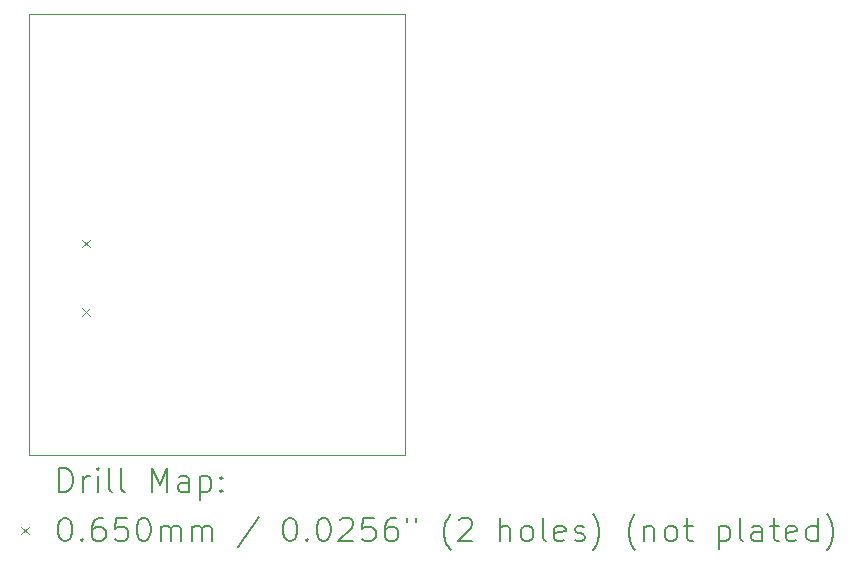
<source format=gbr>
%TF.GenerationSoftware,KiCad,Pcbnew,8.0.2*%
%TF.CreationDate,2025-03-06T10:36:19-07:00*%
%TF.ProjectId,kicad,6b696361-642e-46b6-9963-61645f706362,4*%
%TF.SameCoordinates,Original*%
%TF.FileFunction,Drillmap*%
%TF.FilePolarity,Positive*%
%FSLAX45Y45*%
G04 Gerber Fmt 4.5, Leading zero omitted, Abs format (unit mm)*
G04 Created by KiCad (PCBNEW 8.0.2) date 2025-03-06 10:36:19*
%MOMM*%
%LPD*%
G01*
G04 APERTURE LIST*
%ADD10C,0.050000*%
%ADD11C,0.200000*%
%ADD12C,0.100000*%
G04 APERTURE END LIST*
D10*
X12657000Y-9375000D02*
X15837000Y-9375000D01*
X15837000Y-13107000D01*
X12657000Y-13107000D01*
X12657000Y-9375000D01*
D11*
D12*
X13110500Y-11285750D02*
X13175500Y-11350750D01*
X13175500Y-11285750D02*
X13110500Y-11350750D01*
X13110500Y-11863750D02*
X13175500Y-11928750D01*
X13175500Y-11863750D02*
X13110500Y-11928750D01*
D11*
X12915277Y-13420984D02*
X12915277Y-13220984D01*
X12915277Y-13220984D02*
X12962896Y-13220984D01*
X12962896Y-13220984D02*
X12991467Y-13230508D01*
X12991467Y-13230508D02*
X13010515Y-13249555D01*
X13010515Y-13249555D02*
X13020039Y-13268603D01*
X13020039Y-13268603D02*
X13029562Y-13306698D01*
X13029562Y-13306698D02*
X13029562Y-13335269D01*
X13029562Y-13335269D02*
X13020039Y-13373365D01*
X13020039Y-13373365D02*
X13010515Y-13392412D01*
X13010515Y-13392412D02*
X12991467Y-13411460D01*
X12991467Y-13411460D02*
X12962896Y-13420984D01*
X12962896Y-13420984D02*
X12915277Y-13420984D01*
X13115277Y-13420984D02*
X13115277Y-13287650D01*
X13115277Y-13325746D02*
X13124801Y-13306698D01*
X13124801Y-13306698D02*
X13134324Y-13297174D01*
X13134324Y-13297174D02*
X13153372Y-13287650D01*
X13153372Y-13287650D02*
X13172420Y-13287650D01*
X13239086Y-13420984D02*
X13239086Y-13287650D01*
X13239086Y-13220984D02*
X13229562Y-13230508D01*
X13229562Y-13230508D02*
X13239086Y-13240031D01*
X13239086Y-13240031D02*
X13248610Y-13230508D01*
X13248610Y-13230508D02*
X13239086Y-13220984D01*
X13239086Y-13220984D02*
X13239086Y-13240031D01*
X13362896Y-13420984D02*
X13343848Y-13411460D01*
X13343848Y-13411460D02*
X13334324Y-13392412D01*
X13334324Y-13392412D02*
X13334324Y-13220984D01*
X13467658Y-13420984D02*
X13448610Y-13411460D01*
X13448610Y-13411460D02*
X13439086Y-13392412D01*
X13439086Y-13392412D02*
X13439086Y-13220984D01*
X13696229Y-13420984D02*
X13696229Y-13220984D01*
X13696229Y-13220984D02*
X13762896Y-13363841D01*
X13762896Y-13363841D02*
X13829562Y-13220984D01*
X13829562Y-13220984D02*
X13829562Y-13420984D01*
X14010515Y-13420984D02*
X14010515Y-13316222D01*
X14010515Y-13316222D02*
X14000991Y-13297174D01*
X14000991Y-13297174D02*
X13981943Y-13287650D01*
X13981943Y-13287650D02*
X13943848Y-13287650D01*
X13943848Y-13287650D02*
X13924801Y-13297174D01*
X14010515Y-13411460D02*
X13991467Y-13420984D01*
X13991467Y-13420984D02*
X13943848Y-13420984D01*
X13943848Y-13420984D02*
X13924801Y-13411460D01*
X13924801Y-13411460D02*
X13915277Y-13392412D01*
X13915277Y-13392412D02*
X13915277Y-13373365D01*
X13915277Y-13373365D02*
X13924801Y-13354317D01*
X13924801Y-13354317D02*
X13943848Y-13344793D01*
X13943848Y-13344793D02*
X13991467Y-13344793D01*
X13991467Y-13344793D02*
X14010515Y-13335269D01*
X14105753Y-13287650D02*
X14105753Y-13487650D01*
X14105753Y-13297174D02*
X14124801Y-13287650D01*
X14124801Y-13287650D02*
X14162896Y-13287650D01*
X14162896Y-13287650D02*
X14181943Y-13297174D01*
X14181943Y-13297174D02*
X14191467Y-13306698D01*
X14191467Y-13306698D02*
X14200991Y-13325746D01*
X14200991Y-13325746D02*
X14200991Y-13382888D01*
X14200991Y-13382888D02*
X14191467Y-13401936D01*
X14191467Y-13401936D02*
X14181943Y-13411460D01*
X14181943Y-13411460D02*
X14162896Y-13420984D01*
X14162896Y-13420984D02*
X14124801Y-13420984D01*
X14124801Y-13420984D02*
X14105753Y-13411460D01*
X14286705Y-13401936D02*
X14296229Y-13411460D01*
X14296229Y-13411460D02*
X14286705Y-13420984D01*
X14286705Y-13420984D02*
X14277182Y-13411460D01*
X14277182Y-13411460D02*
X14286705Y-13401936D01*
X14286705Y-13401936D02*
X14286705Y-13420984D01*
X14286705Y-13297174D02*
X14296229Y-13306698D01*
X14296229Y-13306698D02*
X14286705Y-13316222D01*
X14286705Y-13316222D02*
X14277182Y-13306698D01*
X14277182Y-13306698D02*
X14286705Y-13297174D01*
X14286705Y-13297174D02*
X14286705Y-13316222D01*
D12*
X12589500Y-13717000D02*
X12654500Y-13782000D01*
X12654500Y-13717000D02*
X12589500Y-13782000D01*
D11*
X12953372Y-13640984D02*
X12972420Y-13640984D01*
X12972420Y-13640984D02*
X12991467Y-13650508D01*
X12991467Y-13650508D02*
X13000991Y-13660031D01*
X13000991Y-13660031D02*
X13010515Y-13679079D01*
X13010515Y-13679079D02*
X13020039Y-13717174D01*
X13020039Y-13717174D02*
X13020039Y-13764793D01*
X13020039Y-13764793D02*
X13010515Y-13802888D01*
X13010515Y-13802888D02*
X13000991Y-13821936D01*
X13000991Y-13821936D02*
X12991467Y-13831460D01*
X12991467Y-13831460D02*
X12972420Y-13840984D01*
X12972420Y-13840984D02*
X12953372Y-13840984D01*
X12953372Y-13840984D02*
X12934324Y-13831460D01*
X12934324Y-13831460D02*
X12924801Y-13821936D01*
X12924801Y-13821936D02*
X12915277Y-13802888D01*
X12915277Y-13802888D02*
X12905753Y-13764793D01*
X12905753Y-13764793D02*
X12905753Y-13717174D01*
X12905753Y-13717174D02*
X12915277Y-13679079D01*
X12915277Y-13679079D02*
X12924801Y-13660031D01*
X12924801Y-13660031D02*
X12934324Y-13650508D01*
X12934324Y-13650508D02*
X12953372Y-13640984D01*
X13105753Y-13821936D02*
X13115277Y-13831460D01*
X13115277Y-13831460D02*
X13105753Y-13840984D01*
X13105753Y-13840984D02*
X13096229Y-13831460D01*
X13096229Y-13831460D02*
X13105753Y-13821936D01*
X13105753Y-13821936D02*
X13105753Y-13840984D01*
X13286705Y-13640984D02*
X13248610Y-13640984D01*
X13248610Y-13640984D02*
X13229562Y-13650508D01*
X13229562Y-13650508D02*
X13220039Y-13660031D01*
X13220039Y-13660031D02*
X13200991Y-13688603D01*
X13200991Y-13688603D02*
X13191467Y-13726698D01*
X13191467Y-13726698D02*
X13191467Y-13802888D01*
X13191467Y-13802888D02*
X13200991Y-13821936D01*
X13200991Y-13821936D02*
X13210515Y-13831460D01*
X13210515Y-13831460D02*
X13229562Y-13840984D01*
X13229562Y-13840984D02*
X13267658Y-13840984D01*
X13267658Y-13840984D02*
X13286705Y-13831460D01*
X13286705Y-13831460D02*
X13296229Y-13821936D01*
X13296229Y-13821936D02*
X13305753Y-13802888D01*
X13305753Y-13802888D02*
X13305753Y-13755269D01*
X13305753Y-13755269D02*
X13296229Y-13736222D01*
X13296229Y-13736222D02*
X13286705Y-13726698D01*
X13286705Y-13726698D02*
X13267658Y-13717174D01*
X13267658Y-13717174D02*
X13229562Y-13717174D01*
X13229562Y-13717174D02*
X13210515Y-13726698D01*
X13210515Y-13726698D02*
X13200991Y-13736222D01*
X13200991Y-13736222D02*
X13191467Y-13755269D01*
X13486705Y-13640984D02*
X13391467Y-13640984D01*
X13391467Y-13640984D02*
X13381943Y-13736222D01*
X13381943Y-13736222D02*
X13391467Y-13726698D01*
X13391467Y-13726698D02*
X13410515Y-13717174D01*
X13410515Y-13717174D02*
X13458134Y-13717174D01*
X13458134Y-13717174D02*
X13477182Y-13726698D01*
X13477182Y-13726698D02*
X13486705Y-13736222D01*
X13486705Y-13736222D02*
X13496229Y-13755269D01*
X13496229Y-13755269D02*
X13496229Y-13802888D01*
X13496229Y-13802888D02*
X13486705Y-13821936D01*
X13486705Y-13821936D02*
X13477182Y-13831460D01*
X13477182Y-13831460D02*
X13458134Y-13840984D01*
X13458134Y-13840984D02*
X13410515Y-13840984D01*
X13410515Y-13840984D02*
X13391467Y-13831460D01*
X13391467Y-13831460D02*
X13381943Y-13821936D01*
X13620039Y-13640984D02*
X13639086Y-13640984D01*
X13639086Y-13640984D02*
X13658134Y-13650508D01*
X13658134Y-13650508D02*
X13667658Y-13660031D01*
X13667658Y-13660031D02*
X13677182Y-13679079D01*
X13677182Y-13679079D02*
X13686705Y-13717174D01*
X13686705Y-13717174D02*
X13686705Y-13764793D01*
X13686705Y-13764793D02*
X13677182Y-13802888D01*
X13677182Y-13802888D02*
X13667658Y-13821936D01*
X13667658Y-13821936D02*
X13658134Y-13831460D01*
X13658134Y-13831460D02*
X13639086Y-13840984D01*
X13639086Y-13840984D02*
X13620039Y-13840984D01*
X13620039Y-13840984D02*
X13600991Y-13831460D01*
X13600991Y-13831460D02*
X13591467Y-13821936D01*
X13591467Y-13821936D02*
X13581943Y-13802888D01*
X13581943Y-13802888D02*
X13572420Y-13764793D01*
X13572420Y-13764793D02*
X13572420Y-13717174D01*
X13572420Y-13717174D02*
X13581943Y-13679079D01*
X13581943Y-13679079D02*
X13591467Y-13660031D01*
X13591467Y-13660031D02*
X13600991Y-13650508D01*
X13600991Y-13650508D02*
X13620039Y-13640984D01*
X13772420Y-13840984D02*
X13772420Y-13707650D01*
X13772420Y-13726698D02*
X13781943Y-13717174D01*
X13781943Y-13717174D02*
X13800991Y-13707650D01*
X13800991Y-13707650D02*
X13829563Y-13707650D01*
X13829563Y-13707650D02*
X13848610Y-13717174D01*
X13848610Y-13717174D02*
X13858134Y-13736222D01*
X13858134Y-13736222D02*
X13858134Y-13840984D01*
X13858134Y-13736222D02*
X13867658Y-13717174D01*
X13867658Y-13717174D02*
X13886705Y-13707650D01*
X13886705Y-13707650D02*
X13915277Y-13707650D01*
X13915277Y-13707650D02*
X13934324Y-13717174D01*
X13934324Y-13717174D02*
X13943848Y-13736222D01*
X13943848Y-13736222D02*
X13943848Y-13840984D01*
X14039086Y-13840984D02*
X14039086Y-13707650D01*
X14039086Y-13726698D02*
X14048610Y-13717174D01*
X14048610Y-13717174D02*
X14067658Y-13707650D01*
X14067658Y-13707650D02*
X14096229Y-13707650D01*
X14096229Y-13707650D02*
X14115277Y-13717174D01*
X14115277Y-13717174D02*
X14124801Y-13736222D01*
X14124801Y-13736222D02*
X14124801Y-13840984D01*
X14124801Y-13736222D02*
X14134324Y-13717174D01*
X14134324Y-13717174D02*
X14153372Y-13707650D01*
X14153372Y-13707650D02*
X14181943Y-13707650D01*
X14181943Y-13707650D02*
X14200991Y-13717174D01*
X14200991Y-13717174D02*
X14210515Y-13736222D01*
X14210515Y-13736222D02*
X14210515Y-13840984D01*
X14600991Y-13631460D02*
X14429563Y-13888603D01*
X14858134Y-13640984D02*
X14877182Y-13640984D01*
X14877182Y-13640984D02*
X14896229Y-13650508D01*
X14896229Y-13650508D02*
X14905753Y-13660031D01*
X14905753Y-13660031D02*
X14915277Y-13679079D01*
X14915277Y-13679079D02*
X14924801Y-13717174D01*
X14924801Y-13717174D02*
X14924801Y-13764793D01*
X14924801Y-13764793D02*
X14915277Y-13802888D01*
X14915277Y-13802888D02*
X14905753Y-13821936D01*
X14905753Y-13821936D02*
X14896229Y-13831460D01*
X14896229Y-13831460D02*
X14877182Y-13840984D01*
X14877182Y-13840984D02*
X14858134Y-13840984D01*
X14858134Y-13840984D02*
X14839086Y-13831460D01*
X14839086Y-13831460D02*
X14829563Y-13821936D01*
X14829563Y-13821936D02*
X14820039Y-13802888D01*
X14820039Y-13802888D02*
X14810515Y-13764793D01*
X14810515Y-13764793D02*
X14810515Y-13717174D01*
X14810515Y-13717174D02*
X14820039Y-13679079D01*
X14820039Y-13679079D02*
X14829563Y-13660031D01*
X14829563Y-13660031D02*
X14839086Y-13650508D01*
X14839086Y-13650508D02*
X14858134Y-13640984D01*
X15010515Y-13821936D02*
X15020039Y-13831460D01*
X15020039Y-13831460D02*
X15010515Y-13840984D01*
X15010515Y-13840984D02*
X15000991Y-13831460D01*
X15000991Y-13831460D02*
X15010515Y-13821936D01*
X15010515Y-13821936D02*
X15010515Y-13840984D01*
X15143848Y-13640984D02*
X15162896Y-13640984D01*
X15162896Y-13640984D02*
X15181944Y-13650508D01*
X15181944Y-13650508D02*
X15191467Y-13660031D01*
X15191467Y-13660031D02*
X15200991Y-13679079D01*
X15200991Y-13679079D02*
X15210515Y-13717174D01*
X15210515Y-13717174D02*
X15210515Y-13764793D01*
X15210515Y-13764793D02*
X15200991Y-13802888D01*
X15200991Y-13802888D02*
X15191467Y-13821936D01*
X15191467Y-13821936D02*
X15181944Y-13831460D01*
X15181944Y-13831460D02*
X15162896Y-13840984D01*
X15162896Y-13840984D02*
X15143848Y-13840984D01*
X15143848Y-13840984D02*
X15124801Y-13831460D01*
X15124801Y-13831460D02*
X15115277Y-13821936D01*
X15115277Y-13821936D02*
X15105753Y-13802888D01*
X15105753Y-13802888D02*
X15096229Y-13764793D01*
X15096229Y-13764793D02*
X15096229Y-13717174D01*
X15096229Y-13717174D02*
X15105753Y-13679079D01*
X15105753Y-13679079D02*
X15115277Y-13660031D01*
X15115277Y-13660031D02*
X15124801Y-13650508D01*
X15124801Y-13650508D02*
X15143848Y-13640984D01*
X15286706Y-13660031D02*
X15296229Y-13650508D01*
X15296229Y-13650508D02*
X15315277Y-13640984D01*
X15315277Y-13640984D02*
X15362896Y-13640984D01*
X15362896Y-13640984D02*
X15381944Y-13650508D01*
X15381944Y-13650508D02*
X15391467Y-13660031D01*
X15391467Y-13660031D02*
X15400991Y-13679079D01*
X15400991Y-13679079D02*
X15400991Y-13698127D01*
X15400991Y-13698127D02*
X15391467Y-13726698D01*
X15391467Y-13726698D02*
X15277182Y-13840984D01*
X15277182Y-13840984D02*
X15400991Y-13840984D01*
X15581944Y-13640984D02*
X15486706Y-13640984D01*
X15486706Y-13640984D02*
X15477182Y-13736222D01*
X15477182Y-13736222D02*
X15486706Y-13726698D01*
X15486706Y-13726698D02*
X15505753Y-13717174D01*
X15505753Y-13717174D02*
X15553372Y-13717174D01*
X15553372Y-13717174D02*
X15572420Y-13726698D01*
X15572420Y-13726698D02*
X15581944Y-13736222D01*
X15581944Y-13736222D02*
X15591467Y-13755269D01*
X15591467Y-13755269D02*
X15591467Y-13802888D01*
X15591467Y-13802888D02*
X15581944Y-13821936D01*
X15581944Y-13821936D02*
X15572420Y-13831460D01*
X15572420Y-13831460D02*
X15553372Y-13840984D01*
X15553372Y-13840984D02*
X15505753Y-13840984D01*
X15505753Y-13840984D02*
X15486706Y-13831460D01*
X15486706Y-13831460D02*
X15477182Y-13821936D01*
X15762896Y-13640984D02*
X15724801Y-13640984D01*
X15724801Y-13640984D02*
X15705753Y-13650508D01*
X15705753Y-13650508D02*
X15696229Y-13660031D01*
X15696229Y-13660031D02*
X15677182Y-13688603D01*
X15677182Y-13688603D02*
X15667658Y-13726698D01*
X15667658Y-13726698D02*
X15667658Y-13802888D01*
X15667658Y-13802888D02*
X15677182Y-13821936D01*
X15677182Y-13821936D02*
X15686706Y-13831460D01*
X15686706Y-13831460D02*
X15705753Y-13840984D01*
X15705753Y-13840984D02*
X15743848Y-13840984D01*
X15743848Y-13840984D02*
X15762896Y-13831460D01*
X15762896Y-13831460D02*
X15772420Y-13821936D01*
X15772420Y-13821936D02*
X15781944Y-13802888D01*
X15781944Y-13802888D02*
X15781944Y-13755269D01*
X15781944Y-13755269D02*
X15772420Y-13736222D01*
X15772420Y-13736222D02*
X15762896Y-13726698D01*
X15762896Y-13726698D02*
X15743848Y-13717174D01*
X15743848Y-13717174D02*
X15705753Y-13717174D01*
X15705753Y-13717174D02*
X15686706Y-13726698D01*
X15686706Y-13726698D02*
X15677182Y-13736222D01*
X15677182Y-13736222D02*
X15667658Y-13755269D01*
X15858134Y-13640984D02*
X15858134Y-13679079D01*
X15934325Y-13640984D02*
X15934325Y-13679079D01*
X16229563Y-13917174D02*
X16220039Y-13907650D01*
X16220039Y-13907650D02*
X16200991Y-13879079D01*
X16200991Y-13879079D02*
X16191468Y-13860031D01*
X16191468Y-13860031D02*
X16181944Y-13831460D01*
X16181944Y-13831460D02*
X16172420Y-13783841D01*
X16172420Y-13783841D02*
X16172420Y-13745746D01*
X16172420Y-13745746D02*
X16181944Y-13698127D01*
X16181944Y-13698127D02*
X16191468Y-13669555D01*
X16191468Y-13669555D02*
X16200991Y-13650508D01*
X16200991Y-13650508D02*
X16220039Y-13621936D01*
X16220039Y-13621936D02*
X16229563Y-13612412D01*
X16296229Y-13660031D02*
X16305753Y-13650508D01*
X16305753Y-13650508D02*
X16324801Y-13640984D01*
X16324801Y-13640984D02*
X16372420Y-13640984D01*
X16372420Y-13640984D02*
X16391468Y-13650508D01*
X16391468Y-13650508D02*
X16400991Y-13660031D01*
X16400991Y-13660031D02*
X16410515Y-13679079D01*
X16410515Y-13679079D02*
X16410515Y-13698127D01*
X16410515Y-13698127D02*
X16400991Y-13726698D01*
X16400991Y-13726698D02*
X16286706Y-13840984D01*
X16286706Y-13840984D02*
X16410515Y-13840984D01*
X16648610Y-13840984D02*
X16648610Y-13640984D01*
X16734325Y-13840984D02*
X16734325Y-13736222D01*
X16734325Y-13736222D02*
X16724801Y-13717174D01*
X16724801Y-13717174D02*
X16705753Y-13707650D01*
X16705753Y-13707650D02*
X16677182Y-13707650D01*
X16677182Y-13707650D02*
X16658134Y-13717174D01*
X16658134Y-13717174D02*
X16648610Y-13726698D01*
X16858134Y-13840984D02*
X16839087Y-13831460D01*
X16839087Y-13831460D02*
X16829563Y-13821936D01*
X16829563Y-13821936D02*
X16820039Y-13802888D01*
X16820039Y-13802888D02*
X16820039Y-13745746D01*
X16820039Y-13745746D02*
X16829563Y-13726698D01*
X16829563Y-13726698D02*
X16839087Y-13717174D01*
X16839087Y-13717174D02*
X16858134Y-13707650D01*
X16858134Y-13707650D02*
X16886706Y-13707650D01*
X16886706Y-13707650D02*
X16905753Y-13717174D01*
X16905753Y-13717174D02*
X16915277Y-13726698D01*
X16915277Y-13726698D02*
X16924801Y-13745746D01*
X16924801Y-13745746D02*
X16924801Y-13802888D01*
X16924801Y-13802888D02*
X16915277Y-13821936D01*
X16915277Y-13821936D02*
X16905753Y-13831460D01*
X16905753Y-13831460D02*
X16886706Y-13840984D01*
X16886706Y-13840984D02*
X16858134Y-13840984D01*
X17039087Y-13840984D02*
X17020039Y-13831460D01*
X17020039Y-13831460D02*
X17010515Y-13812412D01*
X17010515Y-13812412D02*
X17010515Y-13640984D01*
X17191468Y-13831460D02*
X17172420Y-13840984D01*
X17172420Y-13840984D02*
X17134325Y-13840984D01*
X17134325Y-13840984D02*
X17115277Y-13831460D01*
X17115277Y-13831460D02*
X17105753Y-13812412D01*
X17105753Y-13812412D02*
X17105753Y-13736222D01*
X17105753Y-13736222D02*
X17115277Y-13717174D01*
X17115277Y-13717174D02*
X17134325Y-13707650D01*
X17134325Y-13707650D02*
X17172420Y-13707650D01*
X17172420Y-13707650D02*
X17191468Y-13717174D01*
X17191468Y-13717174D02*
X17200992Y-13736222D01*
X17200992Y-13736222D02*
X17200992Y-13755269D01*
X17200992Y-13755269D02*
X17105753Y-13774317D01*
X17277182Y-13831460D02*
X17296230Y-13840984D01*
X17296230Y-13840984D02*
X17334325Y-13840984D01*
X17334325Y-13840984D02*
X17353373Y-13831460D01*
X17353373Y-13831460D02*
X17362896Y-13812412D01*
X17362896Y-13812412D02*
X17362896Y-13802888D01*
X17362896Y-13802888D02*
X17353373Y-13783841D01*
X17353373Y-13783841D02*
X17334325Y-13774317D01*
X17334325Y-13774317D02*
X17305753Y-13774317D01*
X17305753Y-13774317D02*
X17286706Y-13764793D01*
X17286706Y-13764793D02*
X17277182Y-13745746D01*
X17277182Y-13745746D02*
X17277182Y-13736222D01*
X17277182Y-13736222D02*
X17286706Y-13717174D01*
X17286706Y-13717174D02*
X17305753Y-13707650D01*
X17305753Y-13707650D02*
X17334325Y-13707650D01*
X17334325Y-13707650D02*
X17353373Y-13717174D01*
X17429563Y-13917174D02*
X17439087Y-13907650D01*
X17439087Y-13907650D02*
X17458134Y-13879079D01*
X17458134Y-13879079D02*
X17467658Y-13860031D01*
X17467658Y-13860031D02*
X17477182Y-13831460D01*
X17477182Y-13831460D02*
X17486706Y-13783841D01*
X17486706Y-13783841D02*
X17486706Y-13745746D01*
X17486706Y-13745746D02*
X17477182Y-13698127D01*
X17477182Y-13698127D02*
X17467658Y-13669555D01*
X17467658Y-13669555D02*
X17458134Y-13650508D01*
X17458134Y-13650508D02*
X17439087Y-13621936D01*
X17439087Y-13621936D02*
X17429563Y-13612412D01*
X17791468Y-13917174D02*
X17781944Y-13907650D01*
X17781944Y-13907650D02*
X17762896Y-13879079D01*
X17762896Y-13879079D02*
X17753373Y-13860031D01*
X17753373Y-13860031D02*
X17743849Y-13831460D01*
X17743849Y-13831460D02*
X17734325Y-13783841D01*
X17734325Y-13783841D02*
X17734325Y-13745746D01*
X17734325Y-13745746D02*
X17743849Y-13698127D01*
X17743849Y-13698127D02*
X17753373Y-13669555D01*
X17753373Y-13669555D02*
X17762896Y-13650508D01*
X17762896Y-13650508D02*
X17781944Y-13621936D01*
X17781944Y-13621936D02*
X17791468Y-13612412D01*
X17867658Y-13707650D02*
X17867658Y-13840984D01*
X17867658Y-13726698D02*
X17877182Y-13717174D01*
X17877182Y-13717174D02*
X17896230Y-13707650D01*
X17896230Y-13707650D02*
X17924801Y-13707650D01*
X17924801Y-13707650D02*
X17943849Y-13717174D01*
X17943849Y-13717174D02*
X17953373Y-13736222D01*
X17953373Y-13736222D02*
X17953373Y-13840984D01*
X18077182Y-13840984D02*
X18058134Y-13831460D01*
X18058134Y-13831460D02*
X18048611Y-13821936D01*
X18048611Y-13821936D02*
X18039087Y-13802888D01*
X18039087Y-13802888D02*
X18039087Y-13745746D01*
X18039087Y-13745746D02*
X18048611Y-13726698D01*
X18048611Y-13726698D02*
X18058134Y-13717174D01*
X18058134Y-13717174D02*
X18077182Y-13707650D01*
X18077182Y-13707650D02*
X18105754Y-13707650D01*
X18105754Y-13707650D02*
X18124801Y-13717174D01*
X18124801Y-13717174D02*
X18134325Y-13726698D01*
X18134325Y-13726698D02*
X18143849Y-13745746D01*
X18143849Y-13745746D02*
X18143849Y-13802888D01*
X18143849Y-13802888D02*
X18134325Y-13821936D01*
X18134325Y-13821936D02*
X18124801Y-13831460D01*
X18124801Y-13831460D02*
X18105754Y-13840984D01*
X18105754Y-13840984D02*
X18077182Y-13840984D01*
X18200992Y-13707650D02*
X18277182Y-13707650D01*
X18229563Y-13640984D02*
X18229563Y-13812412D01*
X18229563Y-13812412D02*
X18239087Y-13831460D01*
X18239087Y-13831460D02*
X18258134Y-13840984D01*
X18258134Y-13840984D02*
X18277182Y-13840984D01*
X18496230Y-13707650D02*
X18496230Y-13907650D01*
X18496230Y-13717174D02*
X18515277Y-13707650D01*
X18515277Y-13707650D02*
X18553373Y-13707650D01*
X18553373Y-13707650D02*
X18572420Y-13717174D01*
X18572420Y-13717174D02*
X18581944Y-13726698D01*
X18581944Y-13726698D02*
X18591468Y-13745746D01*
X18591468Y-13745746D02*
X18591468Y-13802888D01*
X18591468Y-13802888D02*
X18581944Y-13821936D01*
X18581944Y-13821936D02*
X18572420Y-13831460D01*
X18572420Y-13831460D02*
X18553373Y-13840984D01*
X18553373Y-13840984D02*
X18515277Y-13840984D01*
X18515277Y-13840984D02*
X18496230Y-13831460D01*
X18705754Y-13840984D02*
X18686706Y-13831460D01*
X18686706Y-13831460D02*
X18677182Y-13812412D01*
X18677182Y-13812412D02*
X18677182Y-13640984D01*
X18867658Y-13840984D02*
X18867658Y-13736222D01*
X18867658Y-13736222D02*
X18858135Y-13717174D01*
X18858135Y-13717174D02*
X18839087Y-13707650D01*
X18839087Y-13707650D02*
X18800992Y-13707650D01*
X18800992Y-13707650D02*
X18781944Y-13717174D01*
X18867658Y-13831460D02*
X18848611Y-13840984D01*
X18848611Y-13840984D02*
X18800992Y-13840984D01*
X18800992Y-13840984D02*
X18781944Y-13831460D01*
X18781944Y-13831460D02*
X18772420Y-13812412D01*
X18772420Y-13812412D02*
X18772420Y-13793365D01*
X18772420Y-13793365D02*
X18781944Y-13774317D01*
X18781944Y-13774317D02*
X18800992Y-13764793D01*
X18800992Y-13764793D02*
X18848611Y-13764793D01*
X18848611Y-13764793D02*
X18867658Y-13755269D01*
X18934325Y-13707650D02*
X19010515Y-13707650D01*
X18962896Y-13640984D02*
X18962896Y-13812412D01*
X18962896Y-13812412D02*
X18972420Y-13831460D01*
X18972420Y-13831460D02*
X18991468Y-13840984D01*
X18991468Y-13840984D02*
X19010515Y-13840984D01*
X19153373Y-13831460D02*
X19134325Y-13840984D01*
X19134325Y-13840984D02*
X19096230Y-13840984D01*
X19096230Y-13840984D02*
X19077182Y-13831460D01*
X19077182Y-13831460D02*
X19067658Y-13812412D01*
X19067658Y-13812412D02*
X19067658Y-13736222D01*
X19067658Y-13736222D02*
X19077182Y-13717174D01*
X19077182Y-13717174D02*
X19096230Y-13707650D01*
X19096230Y-13707650D02*
X19134325Y-13707650D01*
X19134325Y-13707650D02*
X19153373Y-13717174D01*
X19153373Y-13717174D02*
X19162896Y-13736222D01*
X19162896Y-13736222D02*
X19162896Y-13755269D01*
X19162896Y-13755269D02*
X19067658Y-13774317D01*
X19334325Y-13840984D02*
X19334325Y-13640984D01*
X19334325Y-13831460D02*
X19315277Y-13840984D01*
X19315277Y-13840984D02*
X19277182Y-13840984D01*
X19277182Y-13840984D02*
X19258135Y-13831460D01*
X19258135Y-13831460D02*
X19248611Y-13821936D01*
X19248611Y-13821936D02*
X19239087Y-13802888D01*
X19239087Y-13802888D02*
X19239087Y-13745746D01*
X19239087Y-13745746D02*
X19248611Y-13726698D01*
X19248611Y-13726698D02*
X19258135Y-13717174D01*
X19258135Y-13717174D02*
X19277182Y-13707650D01*
X19277182Y-13707650D02*
X19315277Y-13707650D01*
X19315277Y-13707650D02*
X19334325Y-13717174D01*
X19410516Y-13917174D02*
X19420039Y-13907650D01*
X19420039Y-13907650D02*
X19439087Y-13879079D01*
X19439087Y-13879079D02*
X19448611Y-13860031D01*
X19448611Y-13860031D02*
X19458135Y-13831460D01*
X19458135Y-13831460D02*
X19467658Y-13783841D01*
X19467658Y-13783841D02*
X19467658Y-13745746D01*
X19467658Y-13745746D02*
X19458135Y-13698127D01*
X19458135Y-13698127D02*
X19448611Y-13669555D01*
X19448611Y-13669555D02*
X19439087Y-13650508D01*
X19439087Y-13650508D02*
X19420039Y-13621936D01*
X19420039Y-13621936D02*
X19410516Y-13612412D01*
M02*

</source>
